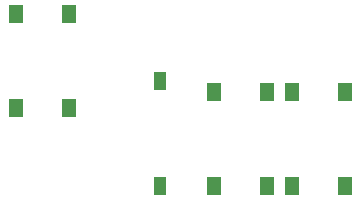
<source format=gbr>
%TF.GenerationSoftware,KiCad,Pcbnew,(5.1.9)-1*%
%TF.CreationDate,2021-07-06T15:29:22+07:00*%
%TF.ProjectId,UP_BOARD,55505f42-4f41-4524-942e-6b696361645f,rev?*%
%TF.SameCoordinates,Original*%
%TF.FileFunction,Paste,Top*%
%TF.FilePolarity,Positive*%
%FSLAX46Y46*%
G04 Gerber Fmt 4.6, Leading zero omitted, Abs format (unit mm)*
G04 Created by KiCad (PCBNEW (5.1.9)-1) date 2021-07-06 15:29:22*
%MOMM*%
%LPD*%
G01*
G04 APERTURE LIST*
%ADD10R,1.300000X1.550000*%
%ADD11R,1.100000X1.500000*%
G04 APERTURE END LIST*
D10*
%TO.C,SW2*%
X107914000Y-117259000D03*
X103414000Y-117259000D03*
X103414000Y-109309000D03*
X107914000Y-109309000D03*
%TD*%
%TO.C,SW3*%
X91150000Y-102705000D03*
X86650000Y-102705000D03*
X86650000Y-110655000D03*
X91150000Y-110655000D03*
%TD*%
%TO.C,SW4*%
X114454500Y-117259000D03*
X109954500Y-117259000D03*
X109954500Y-109309000D03*
X114454500Y-109309000D03*
%TD*%
D11*
%TO.C,SW1*%
X98806000Y-117289500D03*
X98806000Y-108389500D03*
%TD*%
M02*

</source>
